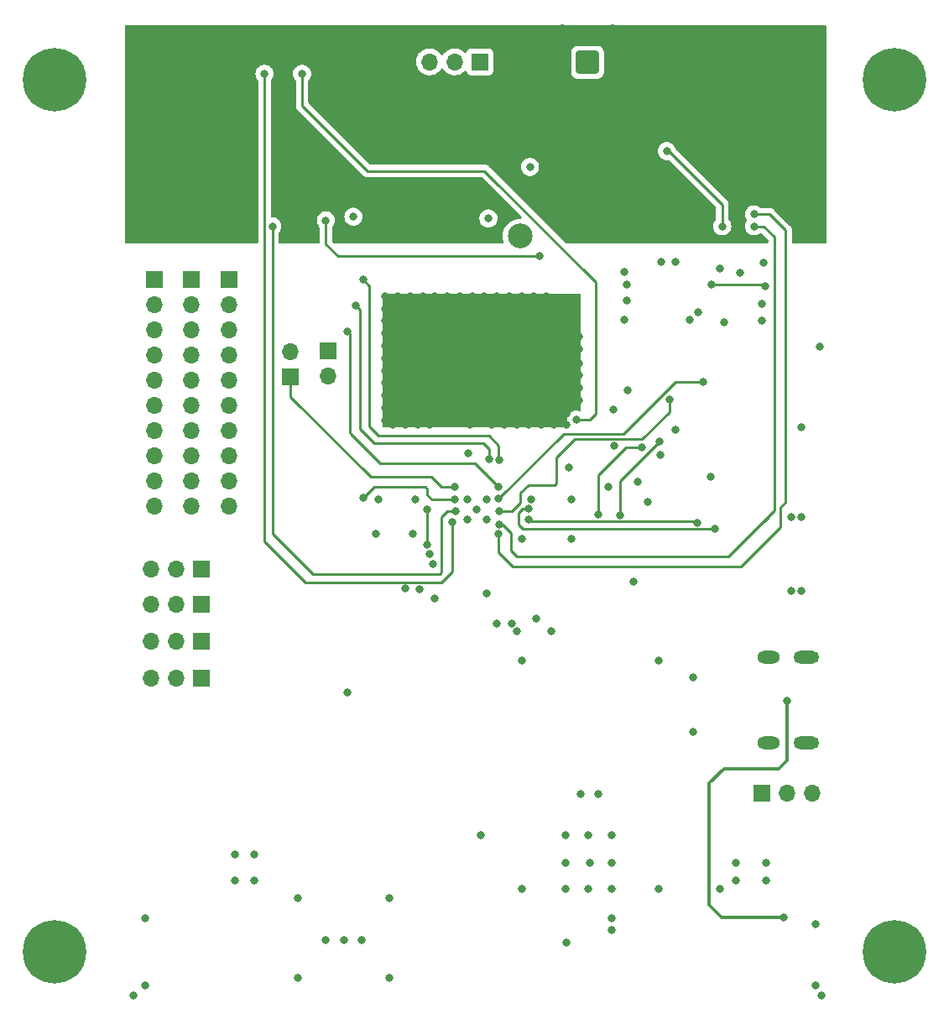
<source format=gbr>
%TF.GenerationSoftware,KiCad,Pcbnew,(6.0.7)*%
%TF.CreationDate,2023-04-27T18:42:04+08:00*%
%TF.ProjectId,Engineering 2023 UAV flight controller,456e6769-6e65-4657-9269-6e6720323032,1*%
%TF.SameCoordinates,Original*%
%TF.FileFunction,Copper,L4,Bot*%
%TF.FilePolarity,Positive*%
%FSLAX46Y46*%
G04 Gerber Fmt 4.6, Leading zero omitted, Abs format (unit mm)*
G04 Created by KiCad (PCBNEW (6.0.7)) date 2023-04-27 18:42:04*
%MOMM*%
%LPD*%
G01*
G04 APERTURE LIST*
G04 Aperture macros list*
%AMRoundRect*
0 Rectangle with rounded corners*
0 $1 Rounding radius*
0 $2 $3 $4 $5 $6 $7 $8 $9 X,Y pos of 4 corners*
0 Add a 4 corners polygon primitive as box body*
4,1,4,$2,$3,$4,$5,$6,$7,$8,$9,$2,$3,0*
0 Add four circle primitives for the rounded corners*
1,1,$1+$1,$2,$3*
1,1,$1+$1,$4,$5*
1,1,$1+$1,$6,$7*
1,1,$1+$1,$8,$9*
0 Add four rect primitives between the rounded corners*
20,1,$1+$1,$2,$3,$4,$5,0*
20,1,$1+$1,$4,$5,$6,$7,0*
20,1,$1+$1,$6,$7,$8,$9,0*
20,1,$1+$1,$8,$9,$2,$3,0*%
G04 Aperture macros list end*
%TA.AperFunction,ComponentPad*%
%ADD10R,1.700000X1.700000*%
%TD*%
%TA.AperFunction,ComponentPad*%
%ADD11O,1.700000X1.700000*%
%TD*%
%TA.AperFunction,ComponentPad*%
%ADD12C,0.800000*%
%TD*%
%TA.AperFunction,ComponentPad*%
%ADD13C,6.400000*%
%TD*%
%TA.AperFunction,ComponentPad*%
%ADD14O,2.300000X1.300000*%
%TD*%
%TA.AperFunction,ComponentPad*%
%ADD15O,2.600000X1.300000*%
%TD*%
%TA.AperFunction,ComponentPad*%
%ADD16RoundRect,0.200100X0.949900X0.949900X-0.949900X0.949900X-0.949900X-0.949900X0.949900X-0.949900X0*%
%TD*%
%TA.AperFunction,ComponentPad*%
%ADD17C,2.500000*%
%TD*%
%TA.AperFunction,SMDPad,CuDef*%
%ADD18C,2.500000*%
%TD*%
%TA.AperFunction,ViaPad*%
%ADD19C,0.800000*%
%TD*%
%TA.AperFunction,Conductor*%
%ADD20C,0.300000*%
%TD*%
%TA.AperFunction,Conductor*%
%ADD21C,0.250000*%
%TD*%
G04 APERTURE END LIST*
D10*
%TO.P,M3,1,PWM*%
%TO.N,/Elevator Left PWM*%
X124200000Y-104650000D03*
D11*
%TO.P,M3,2,+*%
%TO.N,/Servo 6V rail*%
X121660000Y-104650000D03*
%TO.P,M3,3,-*%
%TO.N,GND*%
X119120000Y-104650000D03*
%TD*%
D10*
%TO.P,J8,1,Pin_1*%
%TO.N,/SWCLK*%
X137000000Y-75400000D03*
D11*
%TO.P,J8,2,Pin_2*%
%TO.N,/SWD*%
X137000000Y-77940000D03*
%TD*%
D10*
%TO.P,J6,1,Pin_1*%
%TO.N,/External_pin_1*%
X127000000Y-68175000D03*
D11*
%TO.P,J6,2,Pin_2*%
%TO.N,/External_pin_2*%
X127000000Y-70715000D03*
%TO.P,J6,3,Pin_3*%
%TO.N,/External_pin_3*%
X127000000Y-73255000D03*
%TO.P,J6,4,Pin_4*%
%TO.N,/External_pin_4*%
X127000000Y-75795000D03*
%TO.P,J6,5,Pin_5*%
%TO.N,/External_pin_5*%
X127000000Y-78335000D03*
%TO.P,J6,6,Pin_6*%
%TO.N,/External_pin_6*%
X127000000Y-80875000D03*
%TO.P,J6,7,Pin_7*%
%TO.N,/External_pin_7*%
X127000000Y-83415000D03*
%TO.P,J6,8,Pin_8*%
%TO.N,/External_pin_8*%
X127000000Y-85955000D03*
%TO.P,J6,9,Pin_9*%
%TO.N,/External_pin_9*%
X127000000Y-88495000D03*
%TO.P,J6,10,Pin_10*%
%TO.N,/External_pin_10*%
X127000000Y-91035000D03*
%TD*%
D12*
%TO.P,H2,1,1*%
%TO.N,GND*%
X195897056Y-46302944D03*
X194200000Y-50400000D03*
X195897056Y-49697056D03*
X192502944Y-46302944D03*
X192502944Y-49697056D03*
X194200000Y-45600000D03*
D13*
X194200000Y-48000000D03*
D12*
X191800000Y-48000000D03*
X196600000Y-48000000D03*
%TD*%
%TO.P,H1,1,1*%
%TO.N,GND*%
X111097056Y-134302944D03*
X111800000Y-136000000D03*
X109400000Y-138400000D03*
X109400000Y-133600000D03*
X111097056Y-137697056D03*
D13*
X109400000Y-136000000D03*
D12*
X107702944Y-134302944D03*
X107000000Y-136000000D03*
X107702944Y-137697056D03*
%TD*%
D10*
%TO.P,J7,1,Pin_1*%
%TO.N,GND*%
X119500000Y-68170000D03*
D11*
%TO.P,J7,2,Pin_2*%
X119500000Y-70710000D03*
%TO.P,J7,3,Pin_3*%
X119500000Y-73250000D03*
%TO.P,J7,4,Pin_4*%
X119500000Y-75790000D03*
%TO.P,J7,5,Pin_5*%
X119500000Y-78330000D03*
%TO.P,J7,6,Pin_6*%
X119500000Y-80870000D03*
%TO.P,J7,7,Pin_7*%
X119500000Y-83410000D03*
%TO.P,J7,8,Pin_8*%
X119500000Y-85950000D03*
%TO.P,J7,9,Pin_9*%
X119500000Y-88490000D03*
%TO.P,J7,10,Pin_10*%
X119500000Y-91030000D03*
%TD*%
D12*
%TO.P,H4,1,1*%
%TO.N,GND*%
X107702944Y-46302944D03*
X111097056Y-49697056D03*
X109400000Y-45600000D03*
D13*
X109400000Y-48000000D03*
D12*
X111800000Y-48000000D03*
X111097056Y-46302944D03*
X107000000Y-48000000D03*
X109400000Y-50400000D03*
X107702944Y-49697056D03*
%TD*%
D10*
%TO.P,M1,1,PWM*%
%TO.N,/Aileron Left PWM*%
X124225000Y-97400000D03*
D11*
%TO.P,M1,2,+*%
%TO.N,/Servo 6V rail*%
X121685000Y-97400000D03*
%TO.P,M1,3,-*%
%TO.N,GND*%
X119145000Y-97400000D03*
%TD*%
D10*
%TO.P,M4,1,PWM*%
%TO.N,/Elevator Right PWM*%
X124200000Y-108400000D03*
D11*
%TO.P,M4,2,+*%
%TO.N,/Servo 6V rail*%
X121660000Y-108400000D03*
%TO.P,M4,3,-*%
%TO.N,GND*%
X119120000Y-108400000D03*
%TD*%
D10*
%TO.P,J2,1,Pin_1*%
%TO.N,/ESC PWM*%
X180800000Y-120000000D03*
D11*
%TO.P,J2,2,Pin_2*%
%TO.N,/ESC positive rail*%
X183340000Y-120000000D03*
%TO.P,J2,3,Pin_3*%
%TO.N,GND*%
X185880000Y-120000000D03*
%TD*%
D10*
%TO.P,M2,1,PWM*%
%TO.N,/Aileron Right PWM*%
X124225000Y-100900000D03*
D11*
%TO.P,M2,2,+*%
%TO.N,/Servo 6V rail*%
X121685000Y-100900000D03*
%TO.P,M2,3,-*%
%TO.N,GND*%
X119145000Y-100900000D03*
%TD*%
D12*
%TO.P,H3,1,1*%
%TO.N,GND*%
X195897056Y-137697056D03*
X192502944Y-134302944D03*
X195897056Y-134302944D03*
X194200000Y-133600000D03*
X196600000Y-136000000D03*
D13*
X194200000Y-136000000D03*
D12*
X191800000Y-136000000D03*
X192502944Y-137697056D03*
X194200000Y-138400000D03*
%TD*%
D10*
%TO.P,J9,1,Pin_1*%
%TO.N,/RUN*%
X133200000Y-78000000D03*
D11*
%TO.P,J9,2,Pin_2*%
%TO.N,GND*%
X133200000Y-75460000D03*
%TD*%
D14*
%TO.P,J3,S1,SHIELD*%
%TO.N,GND*%
X181450000Y-114920000D03*
D15*
X185275000Y-114920000D03*
D14*
X181450000Y-106280000D03*
D15*
X185275000Y-106280000D03*
%TD*%
D10*
%TO.P,J5,1,Pin_1*%
%TO.N,/3.3v rail*%
X123250000Y-68170000D03*
D11*
%TO.P,J5,2,Pin_2*%
X123250000Y-70710000D03*
%TO.P,J5,3,Pin_3*%
X123250000Y-73250000D03*
%TO.P,J5,4,Pin_4*%
X123250000Y-75790000D03*
%TO.P,J5,5,Pin_5*%
X123250000Y-78330000D03*
%TO.P,J5,6,Pin_6*%
X123250000Y-80870000D03*
%TO.P,J5,7,Pin_7*%
X123250000Y-83410000D03*
%TO.P,J5,8,Pin_8*%
X123250000Y-85950000D03*
%TO.P,J5,9,Pin_9*%
X123250000Y-88490000D03*
%TO.P,J5,10,Pin_10*%
X123250000Y-91030000D03*
%TD*%
D10*
%TO.P,J10,1,Pin_1*%
%TO.N,/DIO1*%
X152340000Y-46200000D03*
D11*
%TO.P,J10,2,Pin_2*%
%TO.N,/DIO2*%
X149800000Y-46200000D03*
%TO.P,J10,3,Pin_3*%
%TO.N,/DIO3*%
X147260000Y-46200000D03*
%TD*%
D16*
%TO.P,J4,1,In*%
%TO.N,/NEO_RF_IN*%
X163200000Y-46250000D03*
D17*
%TO.P,J4,2,Ext*%
%TO.N,GND*%
X160660000Y-48790000D03*
X165740000Y-43710000D03*
X160660000Y-43710000D03*
X165740000Y-48790000D03*
%TD*%
D18*
%TO.P,TP3,1,1*%
%TO.N,/NEO 3.3v rail*%
X156400000Y-63800000D03*
%TD*%
D19*
%TO.N,GND*%
X153050000Y-90350000D03*
X133400000Y-63600000D03*
X167150000Y-70250000D03*
X159800000Y-82850000D03*
X177200000Y-50600000D03*
X159050000Y-69850000D03*
X142800000Y-69850000D03*
X136800000Y-134775000D03*
X155300000Y-69850000D03*
X152050000Y-91350000D03*
X162325000Y-73925000D03*
X117800000Y-63600000D03*
X151050000Y-90350000D03*
X152800000Y-69850000D03*
X165300000Y-89100000D03*
X184800000Y-83100000D03*
X160050000Y-70300000D03*
X135600000Y-43200000D03*
X134000000Y-138575000D03*
X183800000Y-92100000D03*
X147800000Y-69850000D03*
X162300000Y-76600000D03*
X142800000Y-79850000D03*
X156600000Y-106600000D03*
X153550000Y-82850000D03*
X162300000Y-79100000D03*
X186800000Y-140400000D03*
X154800000Y-82850000D03*
X118000000Y-49800000D03*
X142800000Y-82350000D03*
X180800000Y-72324999D03*
X157800000Y-69850000D03*
X134000000Y-130575000D03*
X161675000Y-71525000D03*
X161050000Y-80500000D03*
X173850000Y-108325000D03*
X149050000Y-69850000D03*
X142800000Y-81100000D03*
X142800000Y-74850000D03*
X142800000Y-73600000D03*
X151300000Y-82850000D03*
X142800000Y-78600000D03*
X144800000Y-99350000D03*
X161050000Y-82850000D03*
X147775000Y-100375000D03*
X152400000Y-124200000D03*
X157300000Y-82850000D03*
X179000000Y-48400000D03*
X161575000Y-94350000D03*
X173850000Y-113825000D03*
X153050000Y-92350000D03*
X118600000Y-139400000D03*
X143200000Y-138575000D03*
X142075000Y-90350000D03*
X151550000Y-69850000D03*
X146275000Y-99375000D03*
X142800000Y-71100000D03*
X162300000Y-80350000D03*
X118600000Y-132600000D03*
X186200000Y-133200000D03*
X142800000Y-77350000D03*
X156050000Y-103600000D03*
X170650000Y-66350000D03*
X176950000Y-72450000D03*
X141400000Y-45200000D03*
X173800000Y-49400000D03*
X140400000Y-134775000D03*
X161675000Y-72725000D03*
X147300000Y-82850000D03*
X154050000Y-69850000D03*
X180950000Y-66450000D03*
X173550000Y-72250000D03*
X146050000Y-82850000D03*
X184850000Y-63000000D03*
X166950000Y-72250000D03*
X184800000Y-92100000D03*
X184800000Y-43200000D03*
X161050000Y-81700000D03*
X156050000Y-82850000D03*
X161075000Y-135025000D03*
X186200000Y-139400000D03*
X162475000Y-120025000D03*
X162200000Y-64000000D03*
X175600000Y-88050000D03*
X146550000Y-69850000D03*
X151050000Y-92350000D03*
X161250000Y-70300000D03*
X144800000Y-45200000D03*
X144800000Y-82850000D03*
X164275000Y-120025000D03*
X167875000Y-98600000D03*
X158550000Y-82850000D03*
X166950500Y-67400000D03*
X141825000Y-93825000D03*
X144050000Y-69850000D03*
X161550000Y-90375000D03*
X142800000Y-72350000D03*
X162325000Y-75175000D03*
X143200000Y-130575000D03*
X117400000Y-140400000D03*
X162300000Y-77850000D03*
X138600000Y-134775000D03*
X142800000Y-76100000D03*
X168000000Y-43200000D03*
X156600000Y-129600000D03*
X168300000Y-88600000D03*
X154050000Y-102850000D03*
X158050000Y-102350000D03*
X150300000Y-69850000D03*
X139000000Y-109800000D03*
X145300000Y-69850000D03*
X170400000Y-129600000D03*
X170400000Y-106600000D03*
X156550000Y-69850000D03*
X165800000Y-81300000D03*
X155525000Y-102850000D03*
X176600000Y-129600000D03*
X143550000Y-82850000D03*
%TO.N,/3.3v rail*%
X161300000Y-87100000D03*
X153050000Y-99850000D03*
X172050000Y-66350000D03*
X161000000Y-129600000D03*
X165600000Y-129600000D03*
X147300000Y-95850000D03*
X183800000Y-99600000D03*
X159525000Y-103625000D03*
X151175000Y-85725000D03*
X145550000Y-93850000D03*
X165925000Y-84900000D03*
X163400000Y-127000000D03*
X161000000Y-127000000D03*
X167150000Y-68650000D03*
X165600000Y-127000000D03*
X163250000Y-129600000D03*
X139575000Y-61825000D03*
X167225000Y-79325000D03*
X172050000Y-83300000D03*
X176550000Y-67050000D03*
X178600000Y-67524999D03*
X157550000Y-90370000D03*
X165600000Y-124200000D03*
X145825000Y-90350000D03*
X169300000Y-90600000D03*
X180825000Y-70600001D03*
X184800000Y-99600000D03*
X147575000Y-96825000D03*
X170550000Y-85850000D03*
X161000000Y-124200000D03*
X186650000Y-74900000D03*
X163250000Y-124250000D03*
X174353545Y-71450000D03*
X156550000Y-94350000D03*
%TO.N,/USB_C positive rail*%
X183360051Y-110639949D03*
X183000000Y-132500000D03*
%TO.N,/microSD_CS*%
X154320000Y-91570000D03*
X171450000Y-80300000D03*
%TO.N,/microSD_MOSI*%
X154250000Y-90300000D03*
X174850000Y-78500000D03*
%TO.N,/microSD_CLK*%
X176050000Y-93300000D03*
X157250000Y-91300000D03*
%TO.N,/microSD_MISO*%
X174250000Y-92675500D03*
X157300000Y-92350000D03*
%TO.N,/ESC PWM*%
X147050000Y-91350000D03*
X147050000Y-94900000D03*
%TO.N,/External_pin_1*%
X154300000Y-86350000D03*
X140600000Y-68200000D03*
%TO.N,/External_pin_2*%
X139800000Y-70800000D03*
X153250000Y-86300000D03*
%TO.N,/External_pin_3*%
X154250000Y-89100000D03*
X139000000Y-73400000D03*
%TO.N,/External_pin_10*%
X149800000Y-90350000D03*
X140600000Y-90200000D03*
%TO.N,/IMU_SDA*%
X166450000Y-91950000D03*
X170450000Y-84500000D03*
%TO.N,/IMU_SCL*%
X168650000Y-85100000D03*
X164300000Y-91850000D03*
%TO.N,/IMU_AUX_SDA*%
X181150000Y-68850000D03*
X175750000Y-68650000D03*
%TO.N,/NEO_RXD*%
X180000000Y-61600000D03*
X154250000Y-93850000D03*
%TO.N,/NEO_TXD*%
X154300000Y-92850000D03*
X180000000Y-62800000D03*
%TO.N,/LORA_MISO*%
X136800000Y-62200000D03*
X158400000Y-65800000D03*
%TO.N,/LORA_BUSY*%
X134400000Y-47400000D03*
X162050000Y-82300000D03*
%TO.N,/RUN*%
X149800000Y-89100000D03*
%TO.N,/LORA_RX_EN*%
X131400000Y-62800000D03*
X149866589Y-91533411D03*
%TO.N,/LORA_TX_EN*%
X149550000Y-92600000D03*
X130600000Y-47400000D03*
%TO.N,/reg in*%
X181200000Y-127000000D03*
X181200000Y-128800000D03*
X165600000Y-133800000D03*
X178200000Y-128800000D03*
X129600000Y-128800000D03*
X129600000Y-126200000D03*
X153200000Y-62000000D03*
X157400000Y-56800000D03*
X178200000Y-127000000D03*
X127600000Y-126200000D03*
X127600000Y-128800000D03*
X165600000Y-132600000D03*
%TO.N,/NEO 3.3v rail*%
X156500000Y-63800000D03*
%TO.N,/NEO_FB_TXD*%
X171200000Y-55200000D03*
X176800000Y-62800000D03*
%TD*%
D20*
%TO.N,/USB_C positive rail*%
X183360051Y-116639949D02*
X182500000Y-117500000D01*
X177000000Y-117500000D02*
X175500000Y-119000000D01*
X176750000Y-132500000D02*
X183000000Y-132500000D01*
X175500000Y-131250000D02*
X176750000Y-132500000D01*
X175500000Y-119000000D02*
X175500000Y-131250000D01*
X182500000Y-117500000D02*
X177000000Y-117500000D01*
X183360051Y-110639949D02*
X183360051Y-116639949D01*
D21*
%TO.N,/microSD_CS*%
X168675000Y-84275000D02*
X161875000Y-84275000D01*
X161875000Y-84275000D02*
X160050000Y-86100000D01*
X160050000Y-86100000D02*
X160050000Y-88700000D01*
X156450000Y-89700000D02*
X156450000Y-90700000D01*
X171450000Y-80300000D02*
X171450000Y-81500000D01*
X157250000Y-88900000D02*
X156450000Y-89700000D01*
X171450000Y-81500000D02*
X168675000Y-84275000D01*
X155580000Y-91570000D02*
X154320000Y-91570000D01*
X159850000Y-88900000D02*
X157250000Y-88900000D01*
X160050000Y-88700000D02*
X159850000Y-88900000D01*
X156450000Y-90700000D02*
X155580000Y-91570000D01*
%TO.N,/microSD_MOSI*%
X166850000Y-83700000D02*
X160850000Y-83700000D01*
X160850000Y-83700000D02*
X154250000Y-90300000D01*
X174850000Y-78500000D02*
X172050000Y-78500000D01*
X172050000Y-78500000D02*
X166850000Y-83700000D01*
%TO.N,/microSD_CLK*%
X156250000Y-92900000D02*
X156250000Y-91700000D01*
X156250000Y-91700000D02*
X156650000Y-91300000D01*
X156650000Y-93300000D02*
X156250000Y-92900000D01*
X176050000Y-93300000D02*
X156650000Y-93300000D01*
X156650000Y-91300000D02*
X157250000Y-91300000D01*
%TO.N,/microSD_MISO*%
X157525000Y-92575000D02*
X157300000Y-92350000D01*
X174149500Y-92575000D02*
X157525000Y-92575000D01*
X174250000Y-92675500D02*
X174149500Y-92575000D01*
%TO.N,/ESC PWM*%
X147050000Y-94900000D02*
X147050000Y-91350000D01*
%TO.N,/External_pin_1*%
X154300000Y-86350000D02*
X154250000Y-86300000D01*
X154250000Y-84900000D02*
X153250000Y-83900000D01*
X154250000Y-86300000D02*
X154250000Y-84900000D01*
X153250000Y-83900000D02*
X142100000Y-83900000D01*
X141200000Y-71200000D02*
X141200000Y-68800000D01*
X141600000Y-83400000D02*
X141200000Y-83000000D01*
X141200000Y-83000000D02*
X141200000Y-71200000D01*
X142100000Y-83900000D02*
X141600000Y-83400000D01*
X141200000Y-68800000D02*
X140600000Y-68200000D01*
%TO.N,/External_pin_2*%
X152650000Y-84700000D02*
X141700000Y-84700000D01*
X140200000Y-71800000D02*
X140200000Y-71200000D01*
X140200000Y-83200000D02*
X140200000Y-71800000D01*
X140200000Y-71200000D02*
X139800000Y-70800000D01*
X153250000Y-85300000D02*
X152650000Y-84700000D01*
X141700000Y-84700000D02*
X140200000Y-83200000D01*
X153250000Y-86300000D02*
X153250000Y-85300000D01*
%TO.N,/External_pin_3*%
X142300000Y-86700000D02*
X139400000Y-83800000D01*
X139200000Y-73600000D02*
X139000000Y-73400000D01*
X139200000Y-83600000D02*
X139200000Y-73600000D01*
X154250000Y-89100000D02*
X151850000Y-86700000D01*
X151850000Y-86700000D02*
X142300000Y-86700000D01*
X139400000Y-83800000D02*
X139200000Y-83600000D01*
%TO.N,/External_pin_10*%
X147500000Y-90350000D02*
X149800000Y-90350000D01*
X140600000Y-90200000D02*
X141700000Y-89100000D01*
X147050000Y-89900000D02*
X147500000Y-90350000D01*
X147050000Y-89300000D02*
X147050000Y-89900000D01*
X146850000Y-89100000D02*
X147050000Y-89300000D01*
X141700000Y-89100000D02*
X146850000Y-89100000D01*
%TO.N,/IMU_SDA*%
X170450000Y-84500000D02*
X166450000Y-88500000D01*
X166450000Y-88500000D02*
X166450000Y-91950000D01*
%TO.N,/IMU_SCL*%
X167050000Y-85100000D02*
X164300000Y-87850000D01*
X164300000Y-87850000D02*
X164300000Y-91850000D01*
X168650000Y-85100000D02*
X167050000Y-85100000D01*
%TO.N,/IMU_AUX_SDA*%
X180950000Y-68650000D02*
X181150000Y-68850000D01*
X175750000Y-68650000D02*
X180950000Y-68650000D01*
%TO.N,/NEO_RXD*%
X181600000Y-61600000D02*
X183200000Y-63200000D01*
X182650000Y-93100000D02*
X178650000Y-97100000D01*
X178650000Y-97100000D02*
X155650000Y-97100000D01*
X183200000Y-63200000D02*
X183200000Y-90600000D01*
X154250000Y-95700000D02*
X154250000Y-93850000D01*
X183200000Y-90600000D02*
X182650000Y-91150000D01*
X155650000Y-97100000D02*
X154250000Y-95700000D01*
X180000000Y-61600000D02*
X181600000Y-61600000D01*
X182650000Y-91150000D02*
X182650000Y-93100000D01*
%TO.N,/NEO_TXD*%
X177450000Y-96100000D02*
X156050000Y-96100000D01*
X156050000Y-96100000D02*
X155450000Y-95500000D01*
X182075000Y-63875000D02*
X182075000Y-91475000D01*
X182075000Y-63875000D02*
X181000000Y-62800000D01*
X154600000Y-92850000D02*
X154300000Y-92850000D01*
X182075000Y-65275000D02*
X182075000Y-63875000D01*
X182075000Y-65275000D02*
X182075000Y-63875000D01*
X181450000Y-92100000D02*
X177450000Y-96100000D01*
X155450000Y-95500000D02*
X155450000Y-93700000D01*
X181000000Y-62800000D02*
X180000000Y-62800000D01*
X155450000Y-93700000D02*
X154600000Y-92850000D01*
X182075000Y-91475000D02*
X177450000Y-96100000D01*
%TO.N,/LORA_MISO*%
X138000000Y-65800000D02*
X136800000Y-64600000D01*
X136800000Y-64600000D02*
X136800000Y-62200000D01*
X158400000Y-65800000D02*
X138000000Y-65800000D01*
%TO.N,/LORA_BUSY*%
X163450000Y-82300000D02*
X162050000Y-82300000D01*
X152800000Y-57200000D02*
X164050000Y-68450000D01*
X134400000Y-50600000D02*
X141000000Y-57200000D01*
X141000000Y-57200000D02*
X152800000Y-57200000D01*
X164050000Y-81700000D02*
X163450000Y-82300000D01*
X164050000Y-68450000D02*
X164050000Y-81700000D01*
X134400000Y-47400000D02*
X134400000Y-50600000D01*
%TO.N,/RUN*%
X147450000Y-88100000D02*
X141300000Y-88100000D01*
X133200000Y-80000000D02*
X133200000Y-78000000D01*
X148450000Y-89100000D02*
X147450000Y-88100000D01*
X141300000Y-88100000D02*
X133200000Y-80000000D01*
X149800000Y-89100000D02*
X148450000Y-89100000D01*
%TO.N,/LORA_RX_EN*%
X148450000Y-92100000D02*
X148450000Y-97700000D01*
X148450000Y-97700000D02*
X148250000Y-97900000D01*
X131400000Y-93800000D02*
X131400000Y-62800000D01*
X135500000Y-97900000D02*
X131400000Y-93800000D01*
X149866589Y-91533411D02*
X149016589Y-91533411D01*
X148250000Y-97900000D02*
X135500000Y-97900000D01*
X149016589Y-91533411D02*
X148450000Y-92100000D01*
%TO.N,/LORA_TX_EN*%
X149550000Y-92600000D02*
X149550000Y-97600000D01*
X130600000Y-94600000D02*
X130600000Y-47400000D01*
X149550000Y-97600000D02*
X148450000Y-98700000D01*
X148450000Y-98700000D02*
X134700000Y-98700000D01*
X134700000Y-98700000D02*
X130600000Y-94600000D01*
%TO.N,/NEO_FB_TXD*%
X171400000Y-55200000D02*
X176800000Y-60600000D01*
X171200000Y-55200000D02*
X171400000Y-55200000D01*
X176800000Y-60600000D02*
X176800000Y-62800000D01*
%TD*%
%TA.AperFunction,Conductor*%
%TO.N,GND*%
G36*
X187242121Y-42528502D02*
G01*
X187288614Y-42582158D01*
X187300000Y-42634500D01*
X187300000Y-64374000D01*
X187279998Y-64442121D01*
X187226342Y-64488614D01*
X187174000Y-64500000D01*
X183959500Y-64500000D01*
X183891379Y-64479998D01*
X183844886Y-64426342D01*
X183833500Y-64374000D01*
X183833500Y-63278768D01*
X183834027Y-63267585D01*
X183835702Y-63260092D01*
X183834950Y-63236146D01*
X183833562Y-63192002D01*
X183833500Y-63188044D01*
X183833500Y-63160144D01*
X183832996Y-63156153D01*
X183832063Y-63144311D01*
X183830923Y-63108036D01*
X183830674Y-63100111D01*
X183828462Y-63092497D01*
X183828461Y-63092492D01*
X183825023Y-63080659D01*
X183821012Y-63061295D01*
X183819467Y-63049064D01*
X183818474Y-63041203D01*
X183815557Y-63033836D01*
X183815556Y-63033831D01*
X183802198Y-63000092D01*
X183798354Y-62988865D01*
X183788230Y-62954022D01*
X183786018Y-62946407D01*
X183775707Y-62928972D01*
X183767012Y-62911224D01*
X183759552Y-62892383D01*
X183733564Y-62856613D01*
X183727048Y-62846693D01*
X183708580Y-62815465D01*
X183708578Y-62815462D01*
X183704542Y-62808638D01*
X183690221Y-62794317D01*
X183677380Y-62779283D01*
X183674973Y-62775970D01*
X183665472Y-62762893D01*
X183631395Y-62734702D01*
X183622616Y-62726712D01*
X182103652Y-61207747D01*
X182096112Y-61199461D01*
X182092000Y-61192982D01*
X182042348Y-61146356D01*
X182039507Y-61143602D01*
X182019770Y-61123865D01*
X182016573Y-61121385D01*
X182007551Y-61113680D01*
X181981100Y-61088841D01*
X181975321Y-61083414D01*
X181968375Y-61079595D01*
X181968372Y-61079593D01*
X181957566Y-61073652D01*
X181941047Y-61062801D01*
X181935048Y-61058148D01*
X181925041Y-61050386D01*
X181917772Y-61047241D01*
X181917768Y-61047238D01*
X181884463Y-61032826D01*
X181873813Y-61027609D01*
X181835060Y-61006305D01*
X181815437Y-61001267D01*
X181796734Y-60994863D01*
X181785420Y-60989967D01*
X181785419Y-60989967D01*
X181778145Y-60986819D01*
X181770322Y-60985580D01*
X181770312Y-60985577D01*
X181734476Y-60979901D01*
X181722856Y-60977495D01*
X181687711Y-60968472D01*
X181687710Y-60968472D01*
X181680030Y-60966500D01*
X181659776Y-60966500D01*
X181640065Y-60964949D01*
X181627886Y-60963020D01*
X181620057Y-60961780D01*
X181612165Y-60962526D01*
X181576039Y-60965941D01*
X181564181Y-60966500D01*
X180708200Y-60966500D01*
X180640079Y-60946498D01*
X180620853Y-60930157D01*
X180620580Y-60930460D01*
X180615668Y-60926037D01*
X180611253Y-60921134D01*
X180565388Y-60887811D01*
X180462094Y-60812763D01*
X180462093Y-60812762D01*
X180456752Y-60808882D01*
X180450724Y-60806198D01*
X180450722Y-60806197D01*
X180288319Y-60733891D01*
X180288318Y-60733891D01*
X180282288Y-60731206D01*
X180188888Y-60711353D01*
X180101944Y-60692872D01*
X180101939Y-60692872D01*
X180095487Y-60691500D01*
X179904513Y-60691500D01*
X179898061Y-60692872D01*
X179898056Y-60692872D01*
X179811112Y-60711353D01*
X179717712Y-60731206D01*
X179711682Y-60733891D01*
X179711681Y-60733891D01*
X179549278Y-60806197D01*
X179549276Y-60806198D01*
X179543248Y-60808882D01*
X179388747Y-60921134D01*
X179384326Y-60926044D01*
X179384325Y-60926045D01*
X179275203Y-61047238D01*
X179260960Y-61063056D01*
X179165473Y-61228444D01*
X179106458Y-61410072D01*
X179086496Y-61600000D01*
X179087186Y-61606565D01*
X179103891Y-61765500D01*
X179106458Y-61789928D01*
X179165473Y-61971556D01*
X179168776Y-61977278D01*
X179168777Y-61977279D01*
X179260960Y-62136944D01*
X179258223Y-62138524D01*
X179277649Y-62192347D01*
X179261822Y-62261557D01*
X179260886Y-62263013D01*
X179260960Y-62263056D01*
X179165473Y-62428444D01*
X179106458Y-62610072D01*
X179105768Y-62616633D01*
X179105768Y-62616635D01*
X179093485Y-62733500D01*
X179086496Y-62800000D01*
X179087186Y-62806565D01*
X179097272Y-62902524D01*
X179106458Y-62989928D01*
X179165473Y-63171556D01*
X179168776Y-63177278D01*
X179168777Y-63177279D01*
X179202686Y-63236010D01*
X179260960Y-63336944D01*
X179265375Y-63341847D01*
X179265379Y-63341852D01*
X179381301Y-63470596D01*
X179388747Y-63478866D01*
X179543248Y-63591118D01*
X179549276Y-63593802D01*
X179549278Y-63593803D01*
X179711681Y-63666109D01*
X179717712Y-63668794D01*
X179811113Y-63688647D01*
X179898056Y-63707128D01*
X179898061Y-63707128D01*
X179904513Y-63708500D01*
X180095487Y-63708500D01*
X180101939Y-63707128D01*
X180101944Y-63707128D01*
X180188887Y-63688647D01*
X180282288Y-63668794D01*
X180288319Y-63666109D01*
X180450722Y-63593803D01*
X180450724Y-63593802D01*
X180456752Y-63591118D01*
X180611253Y-63478866D01*
X180613399Y-63476483D01*
X180676274Y-63446312D01*
X180746727Y-63455078D01*
X180785667Y-63481571D01*
X181404595Y-64100499D01*
X181438621Y-64162811D01*
X181441500Y-64189594D01*
X181441500Y-64374000D01*
X181421498Y-64442121D01*
X181367842Y-64488614D01*
X181315500Y-64500000D01*
X161048094Y-64500000D01*
X160979973Y-64479998D01*
X160958999Y-64463095D01*
X158924349Y-62428444D01*
X153303652Y-56807747D01*
X153296602Y-56800000D01*
X156486496Y-56800000D01*
X156506458Y-56989928D01*
X156565473Y-57171556D01*
X156660960Y-57336944D01*
X156788747Y-57478866D01*
X156943248Y-57591118D01*
X156949276Y-57593802D01*
X156949278Y-57593803D01*
X157111681Y-57666109D01*
X157117712Y-57668794D01*
X157200151Y-57686317D01*
X157298056Y-57707128D01*
X157298061Y-57707128D01*
X157304513Y-57708500D01*
X157495487Y-57708500D01*
X157501939Y-57707128D01*
X157501944Y-57707128D01*
X157599849Y-57686317D01*
X157682288Y-57668794D01*
X157688319Y-57666109D01*
X157850722Y-57593803D01*
X157850724Y-57593802D01*
X157856752Y-57591118D01*
X158011253Y-57478866D01*
X158139040Y-57336944D01*
X158234527Y-57171556D01*
X158293542Y-56989928D01*
X158313504Y-56800000D01*
X158301821Y-56688841D01*
X158294232Y-56616635D01*
X158294232Y-56616633D01*
X158293542Y-56610072D01*
X158234527Y-56428444D01*
X158139040Y-56263056D01*
X158011253Y-56121134D01*
X157856752Y-56008882D01*
X157850724Y-56006198D01*
X157850722Y-56006197D01*
X157688319Y-55933891D01*
X157688318Y-55933891D01*
X157682288Y-55931206D01*
X157588888Y-55911353D01*
X157501944Y-55892872D01*
X157501939Y-55892872D01*
X157495487Y-55891500D01*
X157304513Y-55891500D01*
X157298061Y-55892872D01*
X157298056Y-55892872D01*
X157211112Y-55911353D01*
X157117712Y-55931206D01*
X157111682Y-55933891D01*
X157111681Y-55933891D01*
X156949278Y-56006197D01*
X156949276Y-56006198D01*
X156943248Y-56008882D01*
X156788747Y-56121134D01*
X156660960Y-56263056D01*
X156565473Y-56428444D01*
X156506458Y-56610072D01*
X156505768Y-56616633D01*
X156505768Y-56616635D01*
X156498179Y-56688841D01*
X156486496Y-56800000D01*
X153296602Y-56800000D01*
X153296112Y-56799461D01*
X153292000Y-56792982D01*
X153242348Y-56746356D01*
X153239507Y-56743602D01*
X153219770Y-56723865D01*
X153216573Y-56721385D01*
X153207551Y-56713680D01*
X153181100Y-56688841D01*
X153175321Y-56683414D01*
X153168375Y-56679595D01*
X153168372Y-56679593D01*
X153157566Y-56673652D01*
X153141047Y-56662801D01*
X153140583Y-56662441D01*
X153125041Y-56650386D01*
X153117772Y-56647241D01*
X153117768Y-56647238D01*
X153084463Y-56632826D01*
X153073813Y-56627609D01*
X153035060Y-56606305D01*
X153025281Y-56603794D01*
X153015438Y-56601267D01*
X152996734Y-56594863D01*
X152985420Y-56589967D01*
X152985419Y-56589967D01*
X152978145Y-56586819D01*
X152970322Y-56585580D01*
X152970312Y-56585577D01*
X152934476Y-56579901D01*
X152922856Y-56577495D01*
X152887711Y-56568472D01*
X152887710Y-56568472D01*
X152880030Y-56566500D01*
X152859776Y-56566500D01*
X152840065Y-56564949D01*
X152827886Y-56563020D01*
X152820057Y-56561780D01*
X152812165Y-56562526D01*
X152776039Y-56565941D01*
X152764181Y-56566500D01*
X141314594Y-56566500D01*
X141246473Y-56546498D01*
X141225499Y-56529595D01*
X139895904Y-55200000D01*
X170286496Y-55200000D01*
X170306458Y-55389928D01*
X170365473Y-55571556D01*
X170460960Y-55736944D01*
X170588747Y-55878866D01*
X170743248Y-55991118D01*
X170749276Y-55993802D01*
X170749278Y-55993803D01*
X170911681Y-56066109D01*
X170917712Y-56068794D01*
X171007932Y-56087971D01*
X171098056Y-56107128D01*
X171098061Y-56107128D01*
X171104513Y-56108500D01*
X171295487Y-56108500D01*
X171304701Y-56106541D01*
X171325152Y-56102195D01*
X171395943Y-56107598D01*
X171440443Y-56136347D01*
X176129595Y-60825499D01*
X176163621Y-60887811D01*
X176166500Y-60914594D01*
X176166500Y-62097476D01*
X176146498Y-62165597D01*
X176134142Y-62181779D01*
X176060960Y-62263056D01*
X175965473Y-62428444D01*
X175906458Y-62610072D01*
X175905768Y-62616633D01*
X175905768Y-62616635D01*
X175893485Y-62733500D01*
X175886496Y-62800000D01*
X175887186Y-62806565D01*
X175897272Y-62902524D01*
X175906458Y-62989928D01*
X175965473Y-63171556D01*
X175968776Y-63177278D01*
X175968777Y-63177279D01*
X176002686Y-63236010D01*
X176060960Y-63336944D01*
X176065375Y-63341847D01*
X176065379Y-63341852D01*
X176181301Y-63470596D01*
X176188747Y-63478866D01*
X176343248Y-63591118D01*
X176349276Y-63593802D01*
X176349278Y-63593803D01*
X176511681Y-63666109D01*
X176517712Y-63668794D01*
X176611113Y-63688647D01*
X176698056Y-63707128D01*
X176698061Y-63707128D01*
X176704513Y-63708500D01*
X176895487Y-63708500D01*
X176901939Y-63707128D01*
X176901944Y-63707128D01*
X176988887Y-63688647D01*
X177082288Y-63668794D01*
X177088319Y-63666109D01*
X177250722Y-63593803D01*
X177250724Y-63593802D01*
X177256752Y-63591118D01*
X177411253Y-63478866D01*
X177418699Y-63470596D01*
X177534621Y-63341852D01*
X177534625Y-63341847D01*
X177539040Y-63336944D01*
X177597314Y-63236010D01*
X177631223Y-63177279D01*
X177631224Y-63177278D01*
X177634527Y-63171556D01*
X177693542Y-62989928D01*
X177702729Y-62902524D01*
X177712814Y-62806565D01*
X177713504Y-62800000D01*
X177706515Y-62733500D01*
X177694232Y-62616635D01*
X177694232Y-62616633D01*
X177693542Y-62610072D01*
X177634527Y-62428444D01*
X177539040Y-62263056D01*
X177465863Y-62181785D01*
X177435147Y-62117779D01*
X177433500Y-62097476D01*
X177433500Y-60678767D01*
X177434027Y-60667584D01*
X177435702Y-60660091D01*
X177433562Y-60592014D01*
X177433500Y-60588055D01*
X177433500Y-60560144D01*
X177432995Y-60556144D01*
X177432062Y-60544301D01*
X177430922Y-60508029D01*
X177430673Y-60500110D01*
X177425022Y-60480658D01*
X177421014Y-60461306D01*
X177419467Y-60449063D01*
X177418474Y-60441203D01*
X177415556Y-60433832D01*
X177402200Y-60400097D01*
X177398355Y-60388870D01*
X177397721Y-60386687D01*
X177386018Y-60346407D01*
X177381984Y-60339585D01*
X177381981Y-60339579D01*
X177375706Y-60328968D01*
X177367010Y-60311218D01*
X177362472Y-60299756D01*
X177362469Y-60299751D01*
X177359552Y-60292383D01*
X177333573Y-60256625D01*
X177327057Y-60246707D01*
X177308575Y-60215457D01*
X177304542Y-60208637D01*
X177290218Y-60194313D01*
X177277376Y-60179278D01*
X177265472Y-60162893D01*
X177231406Y-60134711D01*
X177222627Y-60126722D01*
X172108947Y-55013042D01*
X172078209Y-54962883D01*
X172036569Y-54834729D01*
X172034527Y-54828444D01*
X171939040Y-54663056D01*
X171811253Y-54521134D01*
X171656752Y-54408882D01*
X171650724Y-54406198D01*
X171650722Y-54406197D01*
X171488319Y-54333891D01*
X171488318Y-54333891D01*
X171482288Y-54331206D01*
X171388888Y-54311353D01*
X171301944Y-54292872D01*
X171301939Y-54292872D01*
X171295487Y-54291500D01*
X171104513Y-54291500D01*
X171098061Y-54292872D01*
X171098056Y-54292872D01*
X171011113Y-54311353D01*
X170917712Y-54331206D01*
X170911682Y-54333891D01*
X170911681Y-54333891D01*
X170749278Y-54406197D01*
X170749276Y-54406198D01*
X170743248Y-54408882D01*
X170588747Y-54521134D01*
X170460960Y-54663056D01*
X170365473Y-54828444D01*
X170306458Y-55010072D01*
X170286496Y-55200000D01*
X139895904Y-55200000D01*
X135070405Y-50374500D01*
X135036379Y-50312188D01*
X135033500Y-50285405D01*
X135033500Y-48102524D01*
X135053502Y-48034403D01*
X135065858Y-48018221D01*
X135139040Y-47936944D01*
X135234527Y-47771556D01*
X135293542Y-47589928D01*
X135297466Y-47552598D01*
X135312814Y-47406565D01*
X135313504Y-47400000D01*
X135304742Y-47316632D01*
X135294232Y-47216635D01*
X135294232Y-47216633D01*
X135293542Y-47210072D01*
X135234527Y-47028444D01*
X135221043Y-47005088D01*
X135197314Y-46963990D01*
X135139040Y-46863056D01*
X135095425Y-46814616D01*
X135015675Y-46726045D01*
X135015674Y-46726044D01*
X135011253Y-46721134D01*
X134856752Y-46608882D01*
X134850724Y-46606198D01*
X134850722Y-46606197D01*
X134688319Y-46533891D01*
X134688318Y-46533891D01*
X134682288Y-46531206D01*
X134588888Y-46511353D01*
X134501944Y-46492872D01*
X134501939Y-46492872D01*
X134495487Y-46491500D01*
X134304513Y-46491500D01*
X134298061Y-46492872D01*
X134298056Y-46492872D01*
X134211112Y-46511353D01*
X134117712Y-46531206D01*
X134111682Y-46533891D01*
X134111681Y-46533891D01*
X133949278Y-46606197D01*
X133949276Y-46606198D01*
X133943248Y-46608882D01*
X133788747Y-46721134D01*
X133784326Y-46726044D01*
X133784325Y-46726045D01*
X133704576Y-46814616D01*
X133660960Y-46863056D01*
X133602686Y-46963990D01*
X133578958Y-47005088D01*
X133565473Y-47028444D01*
X133506458Y-47210072D01*
X133505768Y-47216633D01*
X133505768Y-47216635D01*
X133495258Y-47316632D01*
X133486496Y-47400000D01*
X133487186Y-47406565D01*
X133502535Y-47552598D01*
X133506458Y-47589928D01*
X133565473Y-47771556D01*
X133660960Y-47936944D01*
X133734137Y-48018215D01*
X133764853Y-48082221D01*
X133766500Y-48102524D01*
X133766500Y-50521233D01*
X133765973Y-50532416D01*
X133764298Y-50539909D01*
X133764547Y-50547835D01*
X133764547Y-50547836D01*
X133766438Y-50607986D01*
X133766500Y-50611945D01*
X133766500Y-50639856D01*
X133766997Y-50643790D01*
X133766997Y-50643791D01*
X133767005Y-50643856D01*
X133767938Y-50655693D01*
X133769327Y-50699889D01*
X133774978Y-50719339D01*
X133778987Y-50738700D01*
X133781526Y-50758797D01*
X133784445Y-50766168D01*
X133784445Y-50766170D01*
X133797804Y-50799912D01*
X133801649Y-50811142D01*
X133813982Y-50853593D01*
X133818015Y-50860412D01*
X133818017Y-50860417D01*
X133824293Y-50871028D01*
X133832988Y-50888776D01*
X133840448Y-50907617D01*
X133845110Y-50914033D01*
X133845110Y-50914034D01*
X133866436Y-50943387D01*
X133872952Y-50953307D01*
X133895458Y-50991362D01*
X133909779Y-51005683D01*
X133922619Y-51020716D01*
X133934528Y-51037107D01*
X133940634Y-51042158D01*
X133968605Y-51065298D01*
X133977384Y-51073288D01*
X140496343Y-57592247D01*
X140503887Y-57600537D01*
X140508000Y-57607018D01*
X140513777Y-57612443D01*
X140557667Y-57653658D01*
X140560509Y-57656413D01*
X140580231Y-57676135D01*
X140583355Y-57678558D01*
X140583359Y-57678562D01*
X140583424Y-57678612D01*
X140592445Y-57686317D01*
X140624679Y-57716586D01*
X140631627Y-57720405D01*
X140631629Y-57720407D01*
X140642432Y-57726346D01*
X140658959Y-57737202D01*
X140668698Y-57744757D01*
X140668700Y-57744758D01*
X140674960Y-57749614D01*
X140715540Y-57767174D01*
X140726188Y-57772391D01*
X140764940Y-57793695D01*
X140772616Y-57795666D01*
X140772619Y-57795667D01*
X140784562Y-57798733D01*
X140803267Y-57805137D01*
X140821855Y-57813181D01*
X140829678Y-57814420D01*
X140829688Y-57814423D01*
X140865524Y-57820099D01*
X140877144Y-57822505D01*
X140912289Y-57831528D01*
X140919970Y-57833500D01*
X140940224Y-57833500D01*
X140959934Y-57835051D01*
X140979943Y-57838220D01*
X140987835Y-57837474D01*
X141023961Y-57834059D01*
X141035819Y-57833500D01*
X152485406Y-57833500D01*
X152553527Y-57853502D01*
X152574501Y-57870405D01*
X156530804Y-61826708D01*
X156564830Y-61889020D01*
X156559765Y-61959835D01*
X156517218Y-62016671D01*
X156450698Y-62041482D01*
X156440070Y-62041792D01*
X156344195Y-62040537D01*
X156297022Y-62039919D01*
X156297019Y-62039919D01*
X156292345Y-62039858D01*
X156033362Y-62075104D01*
X155782433Y-62148243D01*
X155545072Y-62257668D01*
X155505803Y-62283414D01*
X155330404Y-62398410D01*
X155330399Y-62398414D01*
X155326491Y-62400976D01*
X155131494Y-62575018D01*
X154964363Y-62775970D01*
X154961934Y-62779973D01*
X154838513Y-62983365D01*
X154828771Y-62999419D01*
X154727697Y-63240455D01*
X154663359Y-63493783D01*
X154637173Y-63753839D01*
X154649713Y-64014908D01*
X154700704Y-64271256D01*
X154702282Y-64275651D01*
X154722306Y-64331422D01*
X154726500Y-64402295D01*
X154691711Y-64464184D01*
X154628986Y-64497440D01*
X154603718Y-64500000D01*
X137648095Y-64500000D01*
X137579974Y-64479998D01*
X137559000Y-64463095D01*
X137470405Y-64374500D01*
X137436379Y-64312188D01*
X137433500Y-64285405D01*
X137433500Y-62902524D01*
X137453502Y-62834403D01*
X137465858Y-62818221D01*
X137539040Y-62736944D01*
X137542516Y-62730923D01*
X137631223Y-62577279D01*
X137631224Y-62577278D01*
X137634527Y-62571556D01*
X137693542Y-62389928D01*
X137694872Y-62377279D01*
X137712814Y-62206565D01*
X137713504Y-62200000D01*
X137704807Y-62117251D01*
X137694232Y-62016635D01*
X137694232Y-62016633D01*
X137693542Y-62010072D01*
X137634527Y-61828444D01*
X137632539Y-61825000D01*
X138661496Y-61825000D01*
X138662186Y-61831565D01*
X138675668Y-61959835D01*
X138681458Y-62014928D01*
X138740473Y-62196556D01*
X138835960Y-62361944D01*
X138840378Y-62366851D01*
X138840379Y-62366852D01*
X138871578Y-62401502D01*
X138963747Y-62503866D01*
X139001405Y-62531226D01*
X139101286Y-62603794D01*
X139118248Y-62616118D01*
X139124276Y-62618802D01*
X139124278Y-62618803D01*
X139259183Y-62678866D01*
X139292712Y-62693794D01*
X139386113Y-62713647D01*
X139473056Y-62732128D01*
X139473061Y-62732128D01*
X139479513Y-62733500D01*
X139670487Y-62733500D01*
X139676939Y-62732128D01*
X139676944Y-62732128D01*
X139763887Y-62713647D01*
X139857288Y-62693794D01*
X139890817Y-62678866D01*
X140025722Y-62618803D01*
X140025724Y-62618802D01*
X140031752Y-62616118D01*
X140048715Y-62603794D01*
X140148595Y-62531226D01*
X140186253Y-62503866D01*
X140278422Y-62401502D01*
X140309621Y-62366852D01*
X140309622Y-62366851D01*
X140314040Y-62361944D01*
X140409527Y-62196556D01*
X140468542Y-62014928D01*
X140470111Y-62000000D01*
X152286496Y-62000000D01*
X152287186Y-62006565D01*
X152299228Y-62121134D01*
X152306458Y-62189928D01*
X152365473Y-62371556D01*
X152460960Y-62536944D01*
X152465378Y-62541851D01*
X152465379Y-62541852D01*
X152532714Y-62616635D01*
X152588747Y-62678866D01*
X152605598Y-62691109D01*
X152726959Y-62779283D01*
X152743248Y-62791118D01*
X152749276Y-62793802D01*
X152749278Y-62793803D01*
X152911681Y-62866109D01*
X152917712Y-62868794D01*
X153011113Y-62888647D01*
X153098056Y-62907128D01*
X153098061Y-62907128D01*
X153104513Y-62908500D01*
X153295487Y-62908500D01*
X153301939Y-62907128D01*
X153301944Y-62907128D01*
X153388887Y-62888647D01*
X153482288Y-62868794D01*
X153488319Y-62866109D01*
X153650722Y-62793803D01*
X153650724Y-62793802D01*
X153656752Y-62791118D01*
X153673042Y-62779283D01*
X153794402Y-62691109D01*
X153811253Y-62678866D01*
X153867286Y-62616635D01*
X153934621Y-62541852D01*
X153934622Y-62541851D01*
X153939040Y-62536944D01*
X154034527Y-62371556D01*
X154093542Y-62189928D01*
X154100773Y-62121134D01*
X154112814Y-62006565D01*
X154113504Y-62000000D01*
X154095473Y-61828444D01*
X154094232Y-61816635D01*
X154094232Y-61816633D01*
X154093542Y-61810072D01*
X154034527Y-61628444D01*
X153939040Y-61463056D01*
X153930386Y-61453444D01*
X153815675Y-61326045D01*
X153815674Y-61326044D01*
X153811253Y-61321134D01*
X153656752Y-61208882D01*
X153650724Y-61206198D01*
X153650722Y-61206197D01*
X153488319Y-61133891D01*
X153488318Y-61133891D01*
X153482288Y-61131206D01*
X153388888Y-61111353D01*
X153301944Y-61092872D01*
X153301939Y-61092872D01*
X153295487Y-61091500D01*
X153104513Y-61091500D01*
X153098061Y-61092872D01*
X153098056Y-61092872D01*
X153011112Y-61111353D01*
X152917712Y-61131206D01*
X152911682Y-61133891D01*
X152911681Y-61133891D01*
X152749278Y-61206197D01*
X152749276Y-61206198D01*
X152743248Y-61208882D01*
X152588747Y-61321134D01*
X152584326Y-61326044D01*
X152584325Y-61326045D01*
X152469615Y-61453444D01*
X152460960Y-61463056D01*
X152365473Y-61628444D01*
X152306458Y-61810072D01*
X152305768Y-61816633D01*
X152305768Y-61816635D01*
X152304527Y-61828444D01*
X152286496Y-62000000D01*
X140470111Y-62000000D01*
X140474333Y-61959835D01*
X140487814Y-61831565D01*
X140488504Y-61825000D01*
X140471483Y-61663056D01*
X140469232Y-61641635D01*
X140469232Y-61641633D01*
X140468542Y-61635072D01*
X140409527Y-61453444D01*
X140314040Y-61288056D01*
X140242752Y-61208882D01*
X140190675Y-61151045D01*
X140190674Y-61151044D01*
X140186253Y-61146134D01*
X140071906Y-61063056D01*
X140037094Y-61037763D01*
X140037093Y-61037762D01*
X140031752Y-61033882D01*
X140025724Y-61031198D01*
X140025722Y-61031197D01*
X139863319Y-60958891D01*
X139863318Y-60958891D01*
X139857288Y-60956206D01*
X139763888Y-60936353D01*
X139676944Y-60917872D01*
X139676939Y-60917872D01*
X139670487Y-60916500D01*
X139479513Y-60916500D01*
X139473061Y-60917872D01*
X139473056Y-60917872D01*
X139386112Y-60936353D01*
X139292712Y-60956206D01*
X139286682Y-60958891D01*
X139286681Y-60958891D01*
X139124278Y-61031197D01*
X139124276Y-61031198D01*
X139118248Y-61033882D01*
X139112907Y-61037762D01*
X139112906Y-61037763D01*
X139078094Y-61063056D01*
X138963747Y-61146134D01*
X138959326Y-61151044D01*
X138959325Y-61151045D01*
X138907249Y-61208882D01*
X138835960Y-61288056D01*
X138740473Y-61453444D01*
X138681458Y-61635072D01*
X138680768Y-61641633D01*
X138680768Y-61641635D01*
X138678517Y-61663056D01*
X138661496Y-61825000D01*
X137632539Y-61825000D01*
X137539040Y-61663056D01*
X137519753Y-61641635D01*
X137415675Y-61526045D01*
X137415674Y-61526044D01*
X137411253Y-61521134D01*
X137256752Y-61408882D01*
X137250724Y-61406198D01*
X137250722Y-61406197D01*
X137088319Y-61333891D01*
X137088318Y-61333891D01*
X137082288Y-61331206D01*
X136988887Y-61311353D01*
X136901944Y-61292872D01*
X136901939Y-61292872D01*
X136895487Y-61291500D01*
X136704513Y-61291500D01*
X136698061Y-61292872D01*
X136698056Y-61292872D01*
X136611113Y-61311353D01*
X136517712Y-61331206D01*
X136511682Y-61333891D01*
X136511681Y-61333891D01*
X136349278Y-61406197D01*
X136349276Y-61406198D01*
X136343248Y-61408882D01*
X136188747Y-61521134D01*
X136184326Y-61526044D01*
X136184325Y-61526045D01*
X136080248Y-61641635D01*
X136060960Y-61663056D01*
X135965473Y-61828444D01*
X135906458Y-62010072D01*
X135905768Y-62016633D01*
X135905768Y-62016635D01*
X135895193Y-62117251D01*
X135886496Y-62200000D01*
X135887186Y-62206565D01*
X135905129Y-62377279D01*
X135906458Y-62389928D01*
X135965473Y-62571556D01*
X135968776Y-62577278D01*
X135968777Y-62577279D01*
X136057484Y-62730923D01*
X136060960Y-62736944D01*
X136134137Y-62818215D01*
X136164853Y-62882221D01*
X136166500Y-62902524D01*
X136166500Y-64374000D01*
X136146498Y-64442121D01*
X136092842Y-64488614D01*
X136040500Y-64500000D01*
X132159500Y-64500000D01*
X132091379Y-64479998D01*
X132044886Y-64426342D01*
X132033500Y-64374000D01*
X132033500Y-63502524D01*
X132053502Y-63434403D01*
X132065858Y-63418221D01*
X132139040Y-63336944D01*
X132197314Y-63236010D01*
X132231223Y-63177279D01*
X132231224Y-63177278D01*
X132234527Y-63171556D01*
X132293542Y-62989928D01*
X132302729Y-62902524D01*
X132312814Y-62806565D01*
X132313504Y-62800000D01*
X132306515Y-62733500D01*
X132294232Y-62616635D01*
X132294232Y-62616633D01*
X132293542Y-62610072D01*
X132234527Y-62428444D01*
X132139040Y-62263056D01*
X132075374Y-62192347D01*
X132015675Y-62126045D01*
X132015674Y-62126044D01*
X132011253Y-62121134D01*
X131899387Y-62039858D01*
X131862094Y-62012763D01*
X131862093Y-62012762D01*
X131856752Y-62008882D01*
X131850724Y-62006198D01*
X131850722Y-62006197D01*
X131688319Y-61933891D01*
X131688318Y-61933891D01*
X131682288Y-61931206D01*
X131588888Y-61911353D01*
X131501944Y-61892872D01*
X131501939Y-61892872D01*
X131495487Y-61891500D01*
X131359500Y-61891500D01*
X131291379Y-61871498D01*
X131244886Y-61817842D01*
X131233500Y-61765500D01*
X131233500Y-48102524D01*
X131253502Y-48034403D01*
X131265858Y-48018221D01*
X131339040Y-47936944D01*
X131434527Y-47771556D01*
X131493542Y-47589928D01*
X131497466Y-47552598D01*
X131512814Y-47406565D01*
X131513504Y-47400000D01*
X131504742Y-47316632D01*
X131494232Y-47216635D01*
X131494232Y-47216633D01*
X131493542Y-47210072D01*
X131434527Y-47028444D01*
X131421043Y-47005088D01*
X131397314Y-46963990D01*
X131339040Y-46863056D01*
X131295425Y-46814616D01*
X131215675Y-46726045D01*
X131215674Y-46726044D01*
X131211253Y-46721134D01*
X131056752Y-46608882D01*
X131050724Y-46606198D01*
X131050722Y-46606197D01*
X130888319Y-46533891D01*
X130888318Y-46533891D01*
X130882288Y-46531206D01*
X130788888Y-46511353D01*
X130701944Y-46492872D01*
X130701939Y-46492872D01*
X130695487Y-46491500D01*
X130504513Y-46491500D01*
X130498061Y-46492872D01*
X130498056Y-46492872D01*
X130411112Y-46511353D01*
X130317712Y-46531206D01*
X130311682Y-46533891D01*
X130311681Y-46533891D01*
X130149278Y-46606197D01*
X130149276Y-46606198D01*
X130143248Y-46608882D01*
X129988747Y-46721134D01*
X129984326Y-46726044D01*
X129984325Y-46726045D01*
X129904576Y-46814616D01*
X129860960Y-46863056D01*
X129802686Y-46963990D01*
X129778958Y-47005088D01*
X129765473Y-47028444D01*
X129706458Y-47210072D01*
X129705768Y-47216633D01*
X129705768Y-47216635D01*
X129695258Y-47316632D01*
X129686496Y-47400000D01*
X129687186Y-47406565D01*
X129702535Y-47552598D01*
X129706458Y-47589928D01*
X129765473Y-47771556D01*
X129860960Y-47936944D01*
X129934137Y-48018215D01*
X129964853Y-48082221D01*
X129966500Y-48102524D01*
X129966500Y-64374000D01*
X129946498Y-64442121D01*
X129892842Y-64488614D01*
X129840500Y-64500000D01*
X116626000Y-64500000D01*
X116557879Y-64479998D01*
X116511386Y-64426342D01*
X116500000Y-64374000D01*
X116500000Y-46166695D01*
X145897251Y-46166695D01*
X145910110Y-46389715D01*
X145911247Y-46394761D01*
X145911248Y-46394767D01*
X145933049Y-46491500D01*
X145959222Y-46607639D01*
X146043266Y-46814616D01*
X146080685Y-46875678D01*
X146157291Y-47000688D01*
X146159987Y-47005088D01*
X146306250Y-47173938D01*
X146478126Y-47316632D01*
X146671000Y-47429338D01*
X146879692Y-47509030D01*
X146884760Y-47510061D01*
X146884763Y-47510062D01*
X146992017Y-47531883D01*
X147098597Y-47553567D01*
X147103772Y-47553757D01*
X147103774Y-47553757D01*
X147316673Y-47561564D01*
X147316677Y-47561564D01*
X147321837Y-47561753D01*
X147326957Y-47561097D01*
X147326959Y-47561097D01*
X147538288Y-47534025D01*
X147538289Y-47534025D01*
X147543416Y-47533368D01*
X147548366Y-47531883D01*
X147752429Y-47470661D01*
X147752434Y-47470659D01*
X147757384Y-47469174D01*
X147957994Y-47370896D01*
X148139860Y-47241173D01*
X148298096Y-47083489D01*
X148333134Y-47034729D01*
X148428453Y-46902077D01*
X148429776Y-46903028D01*
X148476645Y-46859857D01*
X148546580Y-46847625D01*
X148612026Y-46875144D01*
X148639875Y-46906994D01*
X148699987Y-47005088D01*
X148846250Y-47173938D01*
X149018126Y-47316632D01*
X149211000Y-47429338D01*
X149419692Y-47509030D01*
X149424760Y-47510061D01*
X149424763Y-47510062D01*
X149532017Y-47531883D01*
X149638597Y-47553567D01*
X149643772Y-47553757D01*
X149643774Y-47553757D01*
X149856673Y-47561564D01*
X149856677Y-47561564D01*
X149861837Y-47561753D01*
X149866957Y-47561097D01*
X149866959Y-47561097D01*
X150078288Y-47534025D01*
X150078289Y-47534025D01*
X150083416Y-47533368D01*
X150088366Y-47531883D01*
X150292429Y-47470661D01*
X150292434Y-47470659D01*
X150297384Y-47469174D01*
X150497994Y-47370896D01*
X150679860Y-47241173D01*
X150788091Y-47133319D01*
X150850462Y-47099404D01*
X150921268Y-47104592D01*
X150978030Y-47147238D01*
X150995012Y-47178341D01*
X151039385Y-47296705D01*
X151126739Y-47413261D01*
X151243295Y-47500615D01*
X151379684Y-47551745D01*
X151441866Y-47558500D01*
X153238134Y-47558500D01*
X153300316Y-47551745D01*
X153436705Y-47500615D01*
X153553261Y-47413261D01*
X153640615Y-47296705D01*
X153691745Y-47160316D01*
X153698500Y-47098134D01*
X153698500Y-45301866D01*
X153692156Y-45243467D01*
X161541500Y-45243467D01*
X161541501Y-47256532D01*
X161541764Y-47259391D01*
X161541764Y-47259398D01*
X161544253Y-47286482D01*
X161548249Y-47329980D01*
X161572249Y-47406565D01*
X161592336Y-47470661D01*
X161599537Y-47493641D01*
X161688383Y-47640343D01*
X161809657Y-47761617D01*
X161956359Y-47850463D01*
X161963606Y-47852734D01*
X161963608Y-47852735D01*
X162030743Y-47873774D01*
X162120020Y-47901751D01*
X162193467Y-47908500D01*
X162196365Y-47908500D01*
X163202611Y-47908499D01*
X164206532Y-47908499D01*
X164209391Y-47908236D01*
X164209398Y-47908236D01*
X164236482Y-47905747D01*
X164279980Y-47901751D01*
X164362952Y-47875749D01*
X164436392Y-47852735D01*
X164436394Y-47852734D01*
X164443641Y-47850463D01*
X164590343Y-47761617D01*
X164711617Y-47640343D01*
X164800463Y-47493641D01*
X164807665Y-47470661D01*
X164827751Y-47406565D01*
X164851751Y-47329980D01*
X164858500Y-47256533D01*
X164858499Y-45243468D01*
X164858234Y-45240576D01*
X164855137Y-45206875D01*
X164851751Y-45170020D01*
X164818714Y-45064598D01*
X164802735Y-45013608D01*
X164802734Y-45013606D01*
X164800463Y-45006359D01*
X164711617Y-44859657D01*
X164590343Y-44738383D01*
X164443641Y-44649537D01*
X164436394Y-44647266D01*
X164436392Y-44647265D01*
X164369257Y-44626226D01*
X164279980Y-44598249D01*
X164206533Y-44591500D01*
X164203635Y-44591500D01*
X163197389Y-44591501D01*
X162193468Y-44591501D01*
X162190609Y-44591764D01*
X162190602Y-44591764D01*
X162163518Y-44594253D01*
X162120020Y-44598249D01*
X162037048Y-44624251D01*
X161963608Y-44647265D01*
X161963606Y-44647266D01*
X161956359Y-44649537D01*
X161809657Y-44738383D01*
X161688383Y-44859657D01*
X161599537Y-45006359D01*
X161548249Y-45170020D01*
X161541500Y-45243467D01*
X153692156Y-45243467D01*
X153691745Y-45239684D01*
X153640615Y-45103295D01*
X153553261Y-44986739D01*
X153436705Y-44899385D01*
X153300316Y-44848255D01*
X153238134Y-44841500D01*
X151441866Y-44841500D01*
X151379684Y-44848255D01*
X151243295Y-44899385D01*
X151126739Y-44986739D01*
X151039385Y-45103295D01*
X151036233Y-45111703D01*
X150994919Y-45221907D01*
X150952277Y-45278671D01*
X150885716Y-45303371D01*
X150816367Y-45288163D01*
X150783743Y-45262476D01*
X150733151Y-45206875D01*
X150733142Y-45206866D01*
X150729670Y-45203051D01*
X150725619Y-45199852D01*
X150725615Y-45199848D01*
X150558414Y-45067800D01*
X150558410Y-45067798D01*
X150554359Y-45064598D01*
X150358789Y-44956638D01*
X150353920Y-44954914D01*
X150353916Y-44954912D01*
X150153087Y-44883795D01*
X150153083Y-44883794D01*
X150148212Y-44882069D01*
X150143119Y-44881162D01*
X150143116Y-44881161D01*
X149933373Y-44843800D01*
X149933367Y-44843799D01*
X149928284Y-44842894D01*
X149854452Y-44841992D01*
X149710081Y-44840228D01*
X149710079Y-44840228D01*
X149704911Y-44840165D01*
X149484091Y-44873955D01*
X149271756Y-44943357D01*
X149073607Y-45046507D01*
X149069474Y-45049610D01*
X149069471Y-45049612D01*
X148899100Y-45177530D01*
X148894965Y-45180635D01*
X148855525Y-45221907D01*
X148801280Y-45278671D01*
X148740629Y-45342138D01*
X148633201Y-45499621D01*
X148578293Y-45544621D01*
X148507768Y-45552792D01*
X148444021Y-45521538D01*
X148423324Y-45497054D01*
X148342822Y-45372617D01*
X148342820Y-45372614D01*
X148340014Y-45368277D01*
X148189670Y-45203051D01*
X148185619Y-45199852D01*
X148185615Y-45199848D01*
X148018414Y-45067800D01*
X148018410Y-45067798D01*
X148014359Y-45064598D01*
X147818789Y-44956638D01*
X147813920Y-44954914D01*
X147813916Y-44954912D01*
X147613087Y-44883795D01*
X147613083Y-44883794D01*
X147608212Y-44882069D01*
X147603119Y-44881162D01*
X147603116Y-44881161D01*
X147393373Y-44843800D01*
X147393367Y-44843799D01*
X147388284Y-44842894D01*
X147314452Y-44841992D01*
X147170081Y-44840228D01*
X147170079Y-44840228D01*
X147164911Y-44840165D01*
X146944091Y-44873955D01*
X146731756Y-44943357D01*
X146533607Y-45046507D01*
X146529474Y-45049610D01*
X146529471Y-45049612D01*
X146359100Y-45177530D01*
X146354965Y-45180635D01*
X146315525Y-45221907D01*
X146261280Y-45278671D01*
X146200629Y-45342138D01*
X146074743Y-45526680D01*
X145980688Y-45729305D01*
X145920989Y-45944570D01*
X145897251Y-46166695D01*
X116500000Y-46166695D01*
X116500000Y-42634500D01*
X116520002Y-42566379D01*
X116573658Y-42519886D01*
X116626000Y-42508500D01*
X187174000Y-42508500D01*
X187242121Y-42528502D01*
G37*
%TD.AperFunction*%
%TD*%
%TA.AperFunction,Conductor*%
%TO.N,GND*%
G36*
X162492121Y-69620002D02*
G01*
X162538614Y-69673658D01*
X162550000Y-69726000D01*
X162550000Y-81334114D01*
X162529998Y-81402235D01*
X162476342Y-81448728D01*
X162406068Y-81458832D01*
X162372752Y-81449221D01*
X162338323Y-81433892D01*
X162338315Y-81433889D01*
X162332288Y-81431206D01*
X162238887Y-81411353D01*
X162151944Y-81392872D01*
X162151939Y-81392872D01*
X162145487Y-81391500D01*
X161954513Y-81391500D01*
X161948061Y-81392872D01*
X161948056Y-81392872D01*
X161861113Y-81411353D01*
X161767712Y-81431206D01*
X161761682Y-81433891D01*
X161761681Y-81433891D01*
X161599278Y-81506197D01*
X161599276Y-81506198D01*
X161593248Y-81508882D01*
X161438747Y-81621134D01*
X161310960Y-81763056D01*
X161215473Y-81928444D01*
X161156458Y-82110072D01*
X161155768Y-82116633D01*
X161155768Y-82116635D01*
X161137186Y-82293435D01*
X161136496Y-82300000D01*
X161156458Y-82489928D01*
X161215473Y-82671556D01*
X161310960Y-82836944D01*
X161328291Y-82856192D01*
X161359007Y-82920198D01*
X161350242Y-82990651D01*
X161304779Y-83045182D01*
X161234653Y-83066500D01*
X160928768Y-83066500D01*
X160917585Y-83065973D01*
X160910092Y-83064298D01*
X160902166Y-83064547D01*
X160902165Y-83064547D01*
X160842002Y-83066438D01*
X160838044Y-83066500D01*
X160810144Y-83066500D01*
X160806154Y-83067004D01*
X160794320Y-83067936D01*
X160750111Y-83069326D01*
X160742495Y-83071539D01*
X160742493Y-83071539D01*
X160730652Y-83074979D01*
X160711293Y-83078988D01*
X160709983Y-83079154D01*
X160691203Y-83081526D01*
X160666890Y-83091152D01*
X160620507Y-83100000D01*
X142676000Y-83100000D01*
X142607879Y-83079998D01*
X142561386Y-83026342D01*
X142550000Y-82974000D01*
X142550000Y-69726000D01*
X142570002Y-69657879D01*
X142623658Y-69611386D01*
X142676000Y-69600000D01*
X162424000Y-69600000D01*
X162492121Y-69620002D01*
G37*
%TD.AperFunction*%
%TD*%
M02*

</source>
